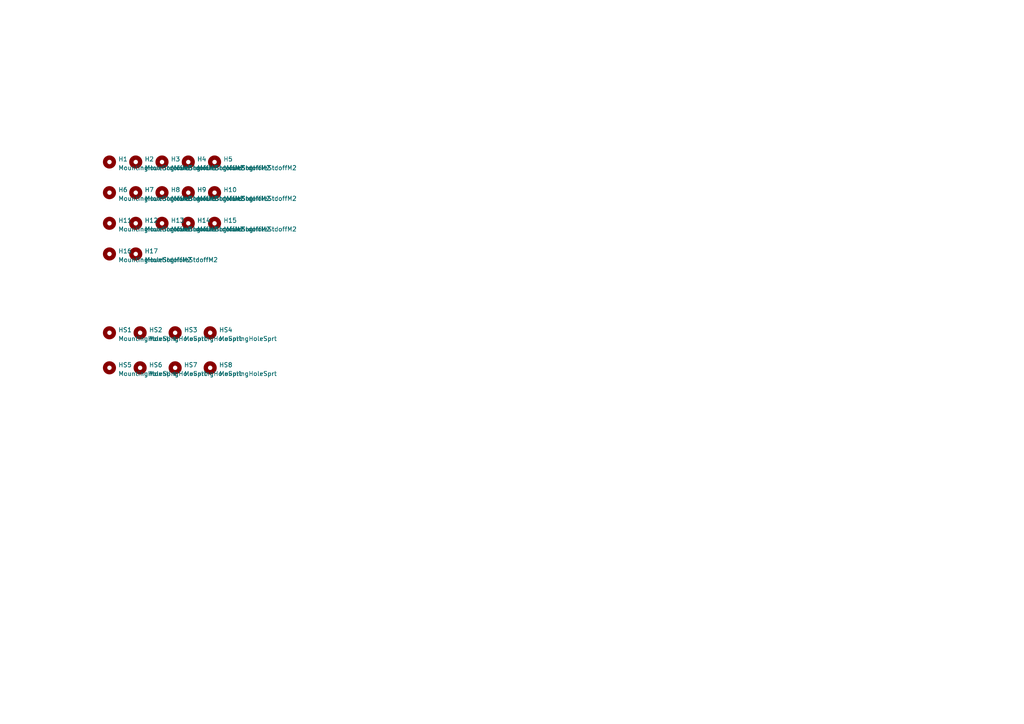
<source format=kicad_sch>
(kicad_sch (version 20211123) (generator eeschema)
  (paper "A4")
  (lib_symbols
    (symbol "MountingHoleStdoffM2_1" (pin_names (offset 1.016))
      (property "Reference" "H" (at 0 5.08 0))
      (property "Value" "MountingHoleStdoffM2_1" (at 0 3.175 0))
      (symbol "MountingHoleStdoffM2_1_0_1"
        (circle (center 0 0) (radius 1.27) (stroke (width 1.27)))
      )
    )
    (symbol "MySymbols:MountingHoleSprt" (pin_names (offset 1.016))
      (property "Reference" "HS" (at 0 5.08 0))
      (property "Value" "MountingHoleSprt" (at 0 3.175 0))
      (symbol "MountingHoleSprt_0_1"
        (circle (center 0 0) (radius 1.27) (stroke (width 1.27)))
      )
    )
  )
  (symbol (lib_name "MountingHoleStdoffM2_1") (lib_id "MySymbols:MountingHoleStdoffM2") (at 39.37 46.99 0) (unit 1)
    (property "Reference" "H2" (at 41.91 46.1553 0) (effects (justify left)))
    (property "Value" "MountingHoleStdoffM2" (at 41.91 48.6922 0) (effects (justify left)))
    (property "Footprint" "MyFootprints:SMTSO_M2" (effects hide))
  )
  (symbol (lib_name "MountingHoleStdoffM2_1") (lib_id "MySymbols:MountingHoleStdoffM2") (at 31.75 46.99 0) (unit 1)
    (property "Reference" "H1" (at 34.29 46.1553 0) (effects (justify left)))
    (property "Value" "MountingHoleStdoffM2" (at 34.29 48.6922 0) (effects (justify left)))
    (property "Footprint" "MyFootprints:SMTSO_M2" (effects hide))
  )
  (symbol (lib_id "MySymbols:MountingHoleSprt") (at 50.8 96.52 0) (unit 1)
    (property "Reference" "HS3" (at 53.34 95.6853 0) (effects (justify left)))
    (property "Value" "MountingHoleSprt" (at 53.34 98.2222 0) (effects (justify left)))
    (property "Footprint" "MyFootprints:SMTSO_M2" (effects hide))
  )
  (symbol (lib_id "MySymbols:MountingHoleSprt") (at 31.75 106.68 0) (unit 1)
    (property "Reference" "HS5" (at 34.29 105.8453 0) (effects (justify left)))
    (property "Value" "MountingHoleSprt" (at 34.29 108.3822 0) (effects (justify left)))
    (property "Footprint" "MyFootprints:SMTSO_M2" (effects hide))
  )
  (symbol (lib_id "MySymbols:MountingHoleSprt") (at 60.96 106.68 0) (unit 1)
    (property "Reference" "HS8" (at 63.5 105.8453 0) (effects (justify left)))
    (property "Value" "MountingHoleSprt" (at 63.5 108.3822 0) (effects (justify left)))
    (property "Footprint" "MyFootprints:SMTSO_M2" (effects hide))
  )
  (symbol (lib_name "MountingHoleStdoffM2_1") (lib_id "MySymbols:MountingHoleStdoffM2") (at 62.23 64.77 0) (unit 1)
    (property "Reference" "H15" (at 64.77 63.9353 0) (effects (justify left)))
    (property "Value" "MountingHoleStdoffM2" (at 64.77 66.4722 0) (effects (justify left)))
    (property "Footprint" "MyFootprints:SMTSO_M2" (effects hide))
  )
  (symbol (lib_name "MountingHoleStdoffM2_1") (lib_id "MySymbols:MountingHoleStdoffM2") (at 39.37 64.77 0) (unit 1)
    (property "Reference" "H12" (at 41.91 63.9353 0) (effects (justify left)))
    (property "Value" "MountingHoleStdoffM2" (at 41.91 66.4722 0) (effects (justify left)))
    (property "Footprint" "MyFootprints:SMTSO_M2" (effects hide))
  )
  (symbol (lib_id "MySymbols:MountingHoleSprt") (at 60.96 96.52 0) (unit 1)
    (property "Reference" "HS4" (at 63.5 95.6853 0) (effects (justify left)))
    (property "Value" "MountingHoleSprt" (at 63.5 98.2222 0) (effects (justify left)))
    (property "Footprint" "MyFootprints:SMTSO_M2" (effects hide))
  )
  (symbol (lib_id "MySymbols:MountingHoleSprt") (at 31.75 96.52 0) (unit 1)
    (property "Reference" "HS1" (at 34.29 95.6853 0) (effects (justify left)))
    (property "Value" "MountingHoleSprt" (at 34.29 98.2222 0) (effects (justify left)))
    (property "Footprint" "MyFootprints:SMTSO_M2" (effects hide))
  )
  (symbol (lib_id "MySymbols:MountingHoleSprt") (at 40.64 106.68 0) (unit 1)
    (property "Reference" "HS6" (at 43.18 105.8453 0) (effects (justify left)))
    (property "Value" "MountingHoleSprt" (at 43.18 108.3822 0) (effects (justify left)))
    (property "Footprint" "MyFootprints:SMTSO_M2" (effects hide))
  )
  (symbol (lib_name "MountingHoleStdoffM2_1") (lib_id "MySymbols:MountingHoleStdoffM2") (at 62.23 46.99 0) (unit 1)
    (property "Reference" "H5" (at 64.77 46.1553 0) (effects (justify left)))
    (property "Value" "MountingHoleStdoffM2" (at 64.77 48.6922 0) (effects (justify left)))
    (property "Footprint" "MyFootprints:SMTSO_M2" (effects hide))
  )
  (symbol (lib_id "MySymbols:MountingHoleSprt") (at 50.8 106.68 0) (unit 1)
    (property "Reference" "HS7" (at 53.34 105.8453 0) (effects (justify left)))
    (property "Value" "MountingHoleSprt" (at 53.34 108.3822 0) (effects (justify left)))
    (property "Footprint" "MyFootprints:SMTSO_M2" (effects hide))
  )
  (symbol (lib_name "MountingHoleStdoffM2_1") (lib_id "MySymbols:MountingHoleStdoffM2") (at 54.61 55.88 0) (unit 1)
    (property "Reference" "H9" (at 57.15 55.0453 0) (effects (justify left)))
    (property "Value" "MountingHoleStdoffM2" (at 57.15 57.5822 0) (effects (justify left)))
    (property "Footprint" "MyFootprints:SMTSO_M2" (effects hide))
  )
  (symbol (lib_name "MountingHoleStdoffM2_1") (lib_id "MySymbols:MountingHoleStdoffM2") (at 46.99 55.88 0) (unit 1)
    (property "Reference" "H8" (at 49.53 55.0453 0) (effects (justify left)))
    (property "Value" "MountingHoleStdoffM2" (at 49.53 57.5822 0) (effects (justify left)))
    (property "Footprint" "MyFootprints:SMTSO_M2" (effects hide))
  )
  (symbol (lib_name "MountingHoleStdoffM2_1") (lib_id "MySymbols:MountingHoleStdoffM2") (at 54.61 46.99 0) (unit 1)
    (property "Reference" "H4" (at 57.15 46.1553 0) (effects (justify left)))
    (property "Value" "MountingHoleStdoffM2" (at 57.15 48.6922 0) (effects (justify left)))
    (property "Footprint" "MyFootprints:SMTSO_M2" (effects hide))
  )
  (symbol (lib_name "MountingHoleStdoffM2_1") (lib_id "MySymbols:MountingHoleStdoffM2") (at 31.75 55.88 0) (unit 1)
    (property "Reference" "H6" (at 34.29 55.0453 0) (effects (justify left)))
    (property "Value" "MountingHoleStdoffM2" (at 34.29 57.5822 0) (effects (justify left)))
    (property "Footprint" "MyFootprints:SMTSO_M2" (effects hide))
  )
  (symbol (lib_name "MountingHoleStdoffM2_1") (lib_id "MySymbols:MountingHoleStdoffM2") (at 31.75 73.66 0) (unit 1)
    (property "Reference" "H16" (at 34.29 72.8253 0) (effects (justify left)))
    (property "Value" "MountingHoleStdoffM2" (at 34.29 75.3622 0) (effects (justify left)))
    (property "Footprint" "MyFootprints:SMTSO_M2" (effects hide))
  )
  (symbol (lib_name "MountingHoleStdoffM2_1") (lib_id "MySymbols:MountingHoleStdoffM2") (at 54.61 64.77 0) (unit 1)
    (property "Reference" "H14" (at 57.15 63.9353 0) (effects (justify left)))
    (property "Value" "MountingHoleStdoffM2" (at 57.15 66.4722 0) (effects (justify left)))
    (property "Footprint" "MyFootprints:SMTSO_M2" (effects hide))
  )
  (symbol (lib_name "MountingHoleStdoffM2_1") (lib_id "MySymbols:MountingHoleStdoffM2") (at 39.37 73.66 0) (unit 1)
    (property "Reference" "H17" (at 41.91 72.8253 0) (effects (justify left)))
    (property "Value" "MountingHoleStdoffM2" (at 41.91 75.3622 0) (effects (justify left)))
    (property "Footprint" "MyFootprints:SMTSO_M2" (effects hide))
  )
  (symbol (lib_name "MountingHoleStdoffM2_1") (lib_id "MySymbols:MountingHoleStdoffM2") (at 31.75 64.77 0) (unit 1)
    (property "Reference" "H11" (at 34.29 63.9353 0) (effects (justify left)))
    (property "Value" "MountingHoleStdoffM2" (at 34.29 66.4722 0) (effects (justify left)))
    (property "Footprint" "MyFootprints:SMTSO_M2" (effects hide))
  )
  (symbol (lib_name "MountingHoleStdoffM2_1") (lib_id "MySymbols:MountingHoleStdoffM2") (at 62.23 55.88 0) (unit 1)
    (property "Reference" "H10" (at 64.77 55.0453 0) (effects (justify left)))
    (property "Value" "MountingHoleStdoffM2" (at 64.77 57.5822 0) (effects (justify left)))
    (property "Footprint" "MyFootprints:SMTSO_M2" (effects hide))
  )
  (symbol (lib_id "MySymbols:MountingHoleSprt") (at 40.64 96.52 0) (unit 1)
    (property "Reference" "HS2" (at 43.18 95.6853 0) (effects (justify left)))
    (property "Value" "MountingHoleSprt" (at 43.18 98.2222 0) (effects (justify left)))
    (property "Footprint" "MyFootprints:SMTSO_M2" (effects hide))
  )
  (symbol (lib_name "MountingHoleStdoffM2_1") (lib_id "MySymbols:MountingHoleStdoffM2") (at 46.99 64.77 0) (unit 1)
    (property "Reference" "H13" (at 49.53 63.9353 0) (effects (justify left)))
    (property "Value" "MountingHoleStdoffM2" (at 49.53 66.4722 0) (effects (justify left)))
    (property "Footprint" "MyFootprints:SMTSO_M2" (effects hide))
  )
  (symbol (lib_name "MountingHoleStdoffM2_1") (lib_id "MySymbols:MountingHoleStdoffM2") (at 39.37 55.88 0) (unit 1)
    (property "Reference" "H7" (at 41.91 55.0453 0) (effects (justify left)))
    (property "Value" "MountingHoleStdoffM2" (at 41.91 57.5822 0) (effects (justify left)))
    (property "Footprint" "MyFootprints:SMTSO_M2" (effects hide))
  )
  (symbol (lib_name "MountingHoleStdoffM2_1") (lib_id "MySymbols:MountingHoleStdoffM2") (at 46.99 46.99 0) (unit 1)
    (property "Reference" "H3" (at 49.53 46.1553 0) (effects (justify left)))
    (property "Value" "MountingHoleStdoffM2" (at 49.53 48.6922 0) (effects (justify left)))
    (property "Footprint" "MyFootprints:SMTSO_M2" (effects hide))
  )
)
</source>
